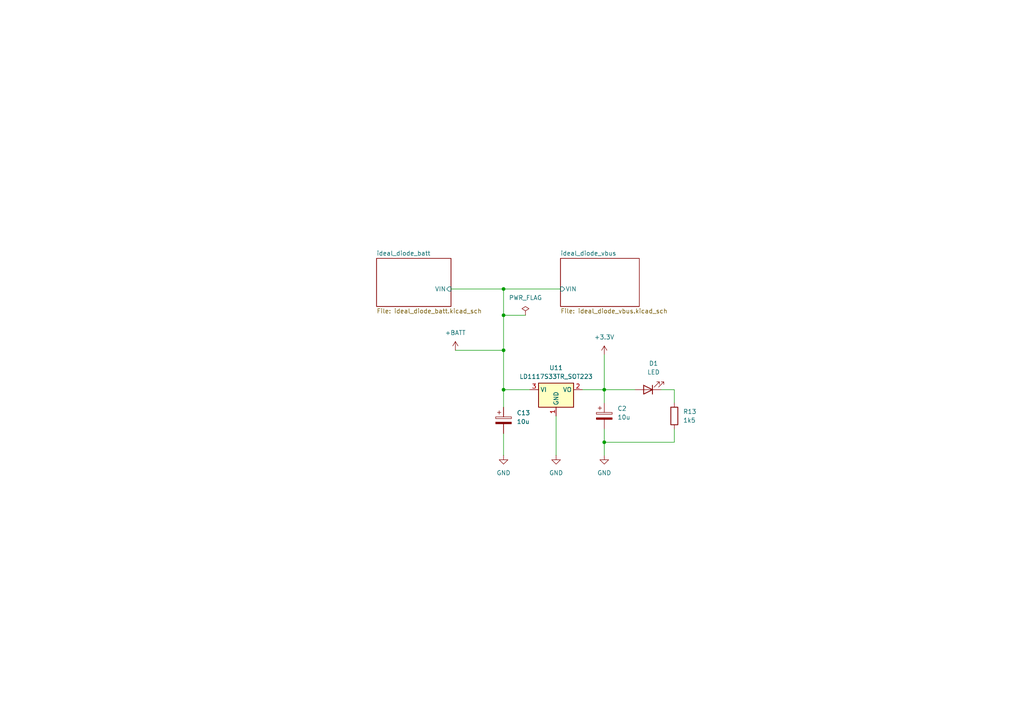
<source format=kicad_sch>
(kicad_sch (version 20250114) (generator "eeschema") (generator_version "9.0")
  (paper "A4")
  (lib_symbols
    (symbol "Device:C_Polarized" (pin_numbers (hide yes)) (pin_names (offset 0.254))
      (property "Reference" "C" (at 0.635 2.54 0))
      (property "Value" "C_Polarized" (at 0.635 -2.54 0))
      (symbol "C_Polarized_0_1"
        (rectangle (start -2.286 0.508) (end 2.286 1.016))
        (polyline (pts (xy -1.778 2.286) (xy -0.762 2.286)))
        (polyline (pts (xy -1.27 2.794) (xy -1.27 1.778)))
        (rectangle (start 2.286 -0.508) (end -2.286 -1.016) (fill (type outline)))
      )
      (symbol "C_Polarized_1_1"
        (pin passive line (at 0 3.81 270) (length 2.794) (name "~") (number "1"))
        (pin passive line (at 0 -3.81 90) (length 2.794) (name "~") (number "2"))
      )
    )
    (symbol "Device:LED" (pin_numbers (hide yes)) (pin_names (offset 1.016) (hide yes))
      (property "Reference" "D" (at 0 2.54 0))
      (property "Value" "LED" (at 0 -2.54 0))
      (symbol "LED_0_1"
        (polyline (pts (xy -3.048 -0.762) (xy -4.572 -2.286) (xy -3.81 -2.286) (xy -4.572 -2.286) (xy -4.572 -1.524)))
        (polyline (pts (xy -1.778 -0.762) (xy -3.302 -2.286) (xy -2.54 -2.286) (xy -3.302 -2.286) (xy -3.302 -1.524)))
        (polyline (pts (xy -1.27 0) (xy 1.27 0)))
        (polyline (pts (xy -1.27 -1.27) (xy -1.27 1.27)) (stroke (width 0.254)))
        (polyline (pts (xy 1.27 -1.27) (xy 1.27 1.27) (xy -1.27 0) (xy 1.27 -1.27)) (stroke (width 0.254)))
      )
      (symbol "LED_1_1"
        (pin passive line (at -3.81 0 0) (length 2.54) (name "K") (number "1"))
        (pin passive line (at 3.81 0 180) (length 2.54) (name "A") (number "2"))
      )
    )
    (symbol "Device:R" (pin_numbers (hide yes)) (pin_names (offset 0))
      (property "Reference" "R" (at 2.032 0 90))
      (property "Value" "R" (at 0 0 90))
      (symbol "R_0_1"
        (rectangle (start -1.016 -2.54) (end 1.016 2.54) (stroke (width 0.254)))
      )
      (symbol "R_1_1"
        (pin passive line (at 0 3.81 270) (length 1.27) (name "~") (number "1"))
        (pin passive line (at 0 -3.81 90) (length 1.27) (name "~") (number "2"))
      )
    )
    (symbol "Regulator_Linear:LD1117S33TR_SOT223"
      (property "Reference" "U" (at -3.81 3.175 0))
      (property "Value" "LD1117S33TR_SOT223" (at 0 3.175 0))
      (symbol "LD1117S33TR_SOT223_0_1"
        (rectangle (start -5.08 -5.08) (end 5.08 1.905) (stroke (width 0.254)) (fill (type background)))
      )
      (symbol "LD1117S33TR_SOT223_1_1"
        (pin power_in line (at -7.62 0 0) (length 2.54) (name "VI") (number "3"))
        (pin power_in line (at 0 -7.62 90) (length 2.54) (name "GND") (number "1"))
        (pin power_out line (at 7.62 0 180) (length 2.54) (name "VO") (number "2"))
      )
    )
    (symbol "power:+3.3V" (power) (pin_numbers (hide yes)) (pin_names (offset 0) (hide yes))
      (property "Value" "+3.3V" (at 0 3.556 0))
      (symbol "+3.3V_0_1"
        (polyline (pts (xy -0.762 1.27) (xy 0 2.54)))
        (polyline (pts (xy 0 2.54) (xy 0.762 1.27)))
        (polyline (pts (xy 0 0) (xy 0 2.54)))
      )
      (symbol "+3.3V_1_1"
        (pin power_in line (at 0 0 90) (length 0) (name "~") (number "1"))
      )
    )
    (symbol "power:+BATT" (power) (pin_numbers (hide yes)) (pin_names (offset 0) (hide yes))
      (property "Value" "+BATT" (at 0 3.556 0))
      (symbol "+BATT_0_1"
        (polyline (pts (xy -0.762 1.27) (xy 0 2.54)))
        (polyline (pts (xy 0 2.54) (xy 0.762 1.27)))
        (polyline (pts (xy 0 0) (xy 0 2.54)))
      )
      (symbol "+BATT_1_1"
        (pin power_in line (at 0 0 90) (length 0) (name "~") (number "1"))
      )
    )
    (symbol "power:GND" (power) (pin_numbers (hide yes)) (pin_names (offset 0) (hide yes))
      (property "Value" "GND" (at 0 -3.81 0))
      (symbol "GND_0_1"
        (polyline (pts (xy 0 0) (xy 0 -1.27) (xy 1.27 -1.27) (xy 0 -2.54) (xy -1.27 -1.27) (xy 0 -1.27)))
      )
      (symbol "GND_1_1"
        (pin power_in line (at 0 0 270) (length 0) (name "~") (number "1"))
      )
    )
    (symbol "power:PWR_FLAG" (power) (pin_numbers (hide yes)) (pin_names (offset 0) (hide yes))
      (property "Value" "PWR_FLAG" (at 0 3.81 0))
      (symbol "PWR_FLAG_0_0"
        (pin power_out line (at 0 0 90) (length 0) (name "~") (number "1"))
      )
      (symbol "PWR_FLAG_0_1"
        (polyline (pts (xy 0 0) (xy 0 1.27) (xy -1.016 1.905) (xy 0 2.54) (xy 1.016 1.905) (xy 0 1.27)))
      )
    )
  )
  (junction (at 175.26 128.27))
  (junction (at 146.05 83.82))
  (junction (at 146.05 101.6))
  (junction (at 175.26 113.03))
  (junction (at 146.05 113.03))
  (junction (at 146.05 91.44))
  (wire (pts (xy 175.26 113.03) (xy 184.15 113.03)))
  (wire (pts (xy 168.91 113.03) (xy 175.26 113.03)))
  (wire (pts (xy 132.08 101.6) (xy 146.05 101.6)))
  (wire (pts (xy 146.05 101.6) (xy 146.05 113.03)))
  (wire (pts (xy 175.26 102.87) (xy 175.26 113.03)))
  (wire (pts (xy 146.05 83.82) (xy 146.05 91.44)))
  (wire (pts (xy 195.58 128.27) (xy 175.26 128.27)))
  (wire (pts (xy 146.05 91.44) (xy 146.05 101.6)))
  (wire (pts (xy 191.77 113.03) (xy 195.58 113.03)))
  (wire (pts (xy 175.26 113.03) (xy 175.26 116.84)))
  (wire (pts (xy 195.58 113.03) (xy 195.58 116.84)))
  (wire (pts (xy 195.58 124.46) (xy 195.58 128.27)))
  (wire (pts (xy 146.05 113.03) (xy 146.05 118.11)))
  (wire (pts (xy 161.29 120.65) (xy 161.29 132.08)))
  (wire (pts (xy 130.81 83.82) (xy 146.05 83.82)))
  (wire (pts (xy 175.26 128.27) (xy 175.26 132.08)))
  (wire (pts (xy 175.26 124.46) (xy 175.26 128.27)))
  (wire (pts (xy 146.05 91.44) (xy 152.4 91.44)))
  (wire (pts (xy 146.05 83.82) (xy 162.56 83.82)))
  (wire (pts (xy 146.05 113.03) (xy 153.67 113.03)))
  (wire (pts (xy 146.05 125.73) (xy 146.05 132.08)))
  (symbol (lib_id "power:GND") (at 161.29 132.08 0) (unit 1)
    (property "Reference" "#PWR054" (effects (hide yes)))
    (property "Value" "GND" (at 161.29 137.16 0))
    (property "Description" "Power symbol creates a global label with name \"GND\" , ground" (effects (hide yes)))
  )
  (symbol (lib_id "power:+BATT") (at 132.08 101.6 0) (unit 1)
    (property "Reference" "#PWR026" (effects (hide yes)))
    (property "Value" "+BATT" (at 132.08 96.52 0))
    (property "Description" "Power symbol creates a global label with name \"+BATT\"" (effects (hide yes)))
  )
  (symbol (lib_id "Regulator_Linear:LD1117S33TR_SOT223") (at 161.29 113.03 0) (unit 1)
    (property "Reference" "U11" (at 161.29 106.68 0))
    (property "Value" "LD1117S33TR_SOT223" (at 161.29 109.22 0))
    (property "Footprint" "Package_TO_SOT_SMD:SOT-223-3_TabPin2" (effects (hide yes)))
    (property "Datasheet" "http://www.st.com/st-web-ui/static/active/en/resource/technical/document/datasheet/CD00000544.pdf" (effects (hide yes)))
    (property "Description" "800mA Fixed Low Drop Positive Voltage Regulator, Fixed Output 3.3V, SOT-223" (effects (hide yes)))
  )
  (symbol (lib_id "power:GND") (at 175.26 132.08 0) (unit 1)
    (property "Reference" "#PWR055" (effects (hide yes)))
    (property "Value" "GND" (at 175.26 137.16 0))
    (property "Description" "Power symbol creates a global label with name \"GND\" , ground" (effects (hide yes)))
  )
  (symbol (lib_id "power:+3.3V") (at 175.26 102.87 0) (unit 1)
    (property "Reference" "#PWR014" (effects (hide yes)))
    (property "Value" "+3.3V" (at 175.26 97.79 0))
    (property "Description" "Power symbol creates a global label with name \"+3.3V\"" (effects (hide yes)))
  )
  (symbol (lib_id "Device:LED") (at 187.96 113.03 180) (unit 1)
    (property "Reference" "D1" (at 189.5475 105.41 0))
    (property "Value" "LED" (at 189.5475 107.95 0))
    (property "Footprint" "LED_SMD:LED_0805_2012Metric_Pad1.15x1.40mm_HandSolder" (effects (hide yes)))
    (property "Description" "Light emitting diode" (effects (hide yes)))
    (property "Sim.Pins" "1=K 2=A" (effects (hide yes)))
  )
  (symbol (lib_id "Device:C_Polarized") (at 146.05 121.92 0) (unit 1)
    (property "Reference" "C13" (at 149.86 119.7609 0) (effects (justify left)))
    (property "Value" "10u" (at 149.86 122.3009 0) (effects (justify left)))
    (property "Footprint" "Capacitor_Tantalum_SMD:CP_EIA-3528-12_Kemet-T_HandSolder" (effects (hide yes)))
    (property "Description" "Polarized capacitor" (effects (hide yes)))
  )
  (symbol (lib_id "Device:R") (at 195.58 120.65 0) (unit 1)
    (property "Reference" "R13" (at 198.12 119.3799 0) (effects (justify left)))
    (property "Value" "1k5" (at 198.12 121.9199 0) (effects (justify left)))
    (property "Footprint" "Resistor_SMD:R_0805_2012Metric_Pad1.20x1.40mm_HandSolder" (effects (hide yes)))
    (property "Description" "Resistor" (effects (hide yes)))
  )
  (symbol (lib_id "power:GND") (at 146.05 132.08 0) (unit 1)
    (property "Reference" "#PWR053" (effects (hide yes)))
    (property "Value" "GND" (at 146.05 137.16 0))
    (property "Description" "Power symbol creates a global label with name \"GND\" , ground" (effects (hide yes)))
  )
  (symbol (lib_id "power:PWR_FLAG") (at 152.4 91.44 0) (unit 1)
    (property "Reference" "#FLG02" (effects (hide yes)))
    (property "Value" "PWR_FLAG" (at 152.4 86.36 0))
    (property "Description" "Special symbol for telling ERC where power comes from" (effects (hide yes)))
  )
  (symbol (lib_id "Device:C_Polarized") (at 175.26 120.65 0) (unit 1)
    (property "Reference" "C2" (at 179.07 118.4909 0) (effects (justify left)))
    (property "Value" "10u" (at 179.07 121.0309 0) (effects (justify left)))
    (property "Footprint" "Capacitor_Tantalum_SMD:CP_EIA-3528-12_Kemet-T_HandSolder" (effects (hide yes)))
    (property "Description" "Polarized capacitor" (effects (hide yes)))
  )
  (sheet (at 109.22 74.93) (size 21.59 13.97) (stroke (width 0.1524))
    (property "Sheetname" "ideal_diode_batt" (at 109.22 74.2184 0) (effects (justify left bottom)))
    (property "Sheetfile" "ideal_diode_batt.kicad_sch" (at 109.22 89.4846 0) (effects (justify left top)))
    (pin "VIN" input (at 130.81 83.82 0))
  )
  (sheet (at 162.56 74.93) (size 22.86 13.97) (stroke (width 0.1524))
    (property "Sheetname" "ideal_diode_vbus" (at 162.56 74.2184 0) (effects (justify left bottom)))
    (property "Sheetfile" "ideal_diode_vbus.kicad_sch" (at 162.56 89.4846 0) (effects (justify left top)))
    (pin "VIN" input (at 162.56 83.82 180))
  )
)
</source>
